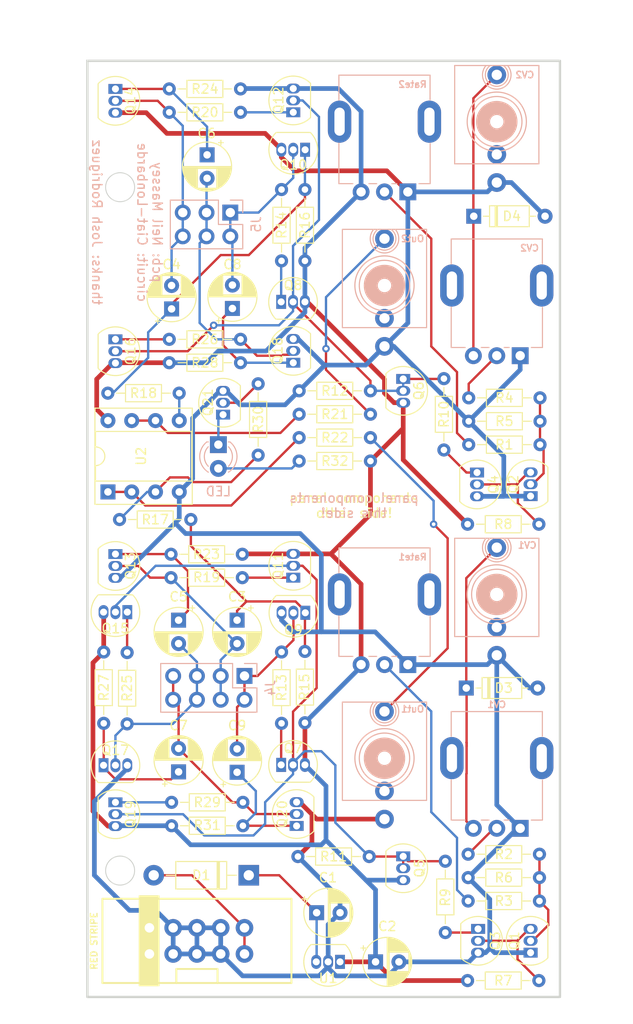
<source format=kicad_pcb>
(kicad_pcb (version 20211014) (generator pcbnew)
  (layers (0 "F.Cu" signal) (31 "B.Cu" signal) (34 "B.Paste" user) (35 "F.Paste" user) (36 "B.SilkS" user "B.Silkscreen") (37 "F.SilkS" user "F.Silkscreen") (38 "B.Mask" user) (39 "F.Mask" user) (44 "Edge.Cuts" user))
  (net 0 "")
  (net 1 "Net-(C1-Pad1)")
  (net 2 "GND")
  (net 3 "+9V")
  (net 4 "Out1")
  (net 5 "N2")
  (net 6 "Net-(C4-Pad1)")
  (net 7 "N6")
  (net 8 "Net-(C5-Pad1)")
  (net 9 "N3")
  (net 10 "Net-(C6-Pad1)")
  (net 11 "N7")
  (net 12 "Net-(C7-Pad1)")
  (net 13 "N4")
  (net 14 "Net-(C8-Pad1)")
  (net 15 "N5")
  (net 16 "Net-(C9-Pad1)")
  (net 17 "N1")
  (net 18 "Net-(D1-Pad2)")
  (net 19 "Net-(D2-Pad1)")
  (net 20 "Net-(D2-Pad2)")
  (net 21 "Net-(J1-Pad1)")
  (net 22 "Net-(J2-PadT)")
  (net 24 "Net-(J3-PadT)")
  (net 26 "Net-(C3-Pad1)")
  (net 27 "Net-(J6-PadT)")
  (net 29 "Net-(J7-PadT)")
  (net 30 "Net-(Q1-Pad2)")
  (net 31 "Net-(Q1-Pad3)")
  (net 32 "Net-(Q2-Pad2)")
  (net 33 "Net-(Q2-Pad3)")
  (net 34 "Net-(Q3-Pad1)")
  (net 35 "Net-(Q4-Pad1)")
  (net 37 "Net-(Q12-Pad2)")
  (net 38 "Net-(Q21-Pad2)")
  (net 39 "Net-(R3-Pad1)")
  (net 40 "Net-(Q7-Pad1)")
  (net 41 "Net-(R4-Pad1)")
  (net 42 "Net-(Q8-Pad1)")
  (net 43 "Net-(R18-Pad1)")
  (net 44 "Net-(Q11-Pad2)")
  (net 45 "Net-(R21-Pad2)")
  (net 46 "Net-(Q11-Pad1)")
  (net 47 "Net-(Q12-Pad1)")
  (net 48 "Net-(Q15-Pad1)")
  (net 49 "Net-(Q16-Pad1)")
  (net 50 "Net-(Q19-Pad1)")
  (net 51 "Net-(R22-Pad2)")
  (net 52 "Net-(R1-Pad1)")
  (net 53 "Net-(R2-Pad1)")
  (footprint "Package_TO_SOT_THT:TO-92_Inline" (layer "F.Cu") (at 28 50.795 90)
    (fp_text reference "Q21")
    (fp_text value "BC547")
  )
  (footprint "Package_TO_SOT_THT:TO-92_Inline" (layer "F.Cu") (at 35.86 94.73 90)
    (fp_text reference "Q20")
    (fp_text value "BC547")
  )
  (footprint "Package_TO_SOT_THT:TO-92_Inline" (layer "F.Cu") (at 15.23 88.25)
    (fp_text reference "Q17")
    (fp_text value "BC547")
  )
  (footprint "Package_TO_SOT_THT:TO-92_Inline" (layer "F.Cu") (at 36.77 22.5 180)
    (fp_text reference "Q10")
    (fp_text value "BC547")
  )
  (footprint "Resistor_THT:R_Axial_DIN0204_L3.6mm_D1.6mm_P7.62mm_Horizontal" (layer "F.Cu") (at 43.75 55.75 180)
    (fp_text reference "R32")
    (fp_text value "4.7k")
  )
  (footprint "Resistor_THT:R_Axial_DIN0204_L3.6mm_D1.6mm_P7.62mm_Horizontal" (layer "F.Cu") (at 22.25 16)
    (fp_text reference "R24")
    (fp_text value "4.7k")
  )
  (footprint "Capacitor_THT:CP_Radial_D5.0mm_P2.50mm" (layer "F.Cu") (at 38 104)
    (fp_text reference "C1")
    (fp_text value "10uF")
  )
  (footprint "Resistor_THT:R_Axial_DIN0204_L3.6mm_D1.6mm_P7.62mm_Horizontal" (layer "F.Cu") (at 36.75 76.09 -90)
    (fp_text reference "R15")
    (fp_text value "4.7k")
  )
  (footprint "Capacitor_THT:CP_Radial_D5.0mm_P2.50mm" (layer "F.Cu") (at 29 39.455113 90)
    (fp_text reference "C8")
    (fp_text value "*")
  )
  (footprint "Resistor_THT:R_Axial_DIN0204_L3.6mm_D1.6mm_P7.62mm_Horizontal" (layer "F.Cu") (at 54.25 51.5)
    (fp_text reference "R5")
    (fp_text value "2.2k")
  )
  (footprint "Package_TO_SOT_THT:TO-92_Inline" (layer "F.Cu") (at 35.5 68.21 90)
    (fp_text reference "Q11")
    (fp_text value "BC557")
  )
  (footprint "Resistor_THT:R_Axial_DIN0204_L3.6mm_D1.6mm_P7.62mm_Horizontal" (layer "F.Cu") (at 54.25 49)
    (fp_text reference "R4")
    (fp_text value "470k")
  )
  (footprint "Package_TO_SOT_THT:TO-92_Inline" (layer "F.Cu") (at 35.5 18.5 90)
    (fp_text reference "Q12")
    (fp_text value "BC557")
  )
  (footprint "Resistor_THT:R_Axial_DIN0204_L3.6mm_D1.6mm_P7.62mm_Horizontal" (layer "F.Cu") (at 22.44 68.21)
    (fp_text reference "R19")
    (fp_text value "4.7k")
  )
  (footprint "Capacitor_THT:CP_Radial_D5.0mm_P2.50mm" (layer "F.Cu") (at 44.294888 109.25)
    (fp_text reference "C2")
    (fp_text value "10uF")
  )
  (footprint "Package_TO_SOT_THT:TO-92_Inline" (layer "F.Cu") (at 16.5 92.21 -90)
    (fp_text reference "Q19")
    (fp_text value "BC557")
  )
  (footprint "Resistor_THT:R_Axial_DIN0204_L3.6mm_D1.6mm_P7.62mm_Horizontal" (layer "F.Cu") (at 22.25 18.5)
    (fp_text reference "R20")
    (fp_text value "4.7k")
  )
  (footprint "Package_TO_SOT_THT:TO-92_Inline" (layer "F.Cu") (at 34.21 88.21)
    (fp_text reference "Q7")
    (fp_text value "BC557")
  )
  (footprint "Package_TO_SOT_THT:TO-92_Inline" (layer "F.Cu") (at 16.5 65.69 -90)
    (fp_text reference "Q13")
    (fp_text value "BC547")
  )
  (footprint "Capacitor_THT:CP_Radial_D5.0mm_P2.50mm" (layer "F.Cu") (at 23.25 72.75 -90)
    (fp_text reference "C5")
    (fp_text value "*")
  )
  (footprint "Package_TO_SOT_THT:TO-92_Inline" (layer "F.Cu") (at 47.25 97.98 -90)
    (fp_text reference "Q5")
    (fp_text value "BC557")
  )
  (footprint "Package_TO_SOT_THT:TO-92_Inline" (layer "F.Cu") (at 35.5 45.25 90)
    (fp_text reference "Q18")
    (fp_text value "BC547")
  )
  (footprint "Resistor_THT:R_Axial_DIN0204_L3.6mm_D1.6mm_P7.62mm_Horizontal" (layer "F.Cu") (at 30.12 94.71 180)
    (fp_text reference "R31")
    (fp_text value "4.7k")
  )
  (footprint "Package_DIP:DIP-8_W7.62mm_Socket" (layer "F.Cu") (at 15.7 59.05 90)
    (fp_text reference "U2")
    (fp_text value "TL072")
  )
  (footprint "Capacitor_THT:CP_Radial_D5.0mm_P2.50mm" (layer "F.Cu") (at 26.294888 23.044888 -90)
    (fp_text reference "C6")
    (fp_text value "*")
  )
  (footprint "Resistor_THT:R_Axial_DIN0204_L3.6mm_D1.6mm_P7.62mm_Horizontal" (layer "F.Cu") (at 30.12 92.21 180)
    (fp_text reference "R29")
    (fp_text value "4.7k")
  )
  (footprint "Resistor_THT:R_Axial_DIN0204_L3.6mm_D1.6mm_P7.62mm_Horizontal" (layer "F.Cu") (at 17.75 83.83 90)
    (fp_text reference "R25")
    (fp_text value "4.7k")
  )
  (footprint "Resistor_THT:R_Axial_DIN0204_L3.6mm_D1.6mm_P7.62mm_Horizontal" (layer "F.Cu") (at 29.87 42.75 180)
    (fp_text reference "R26")
    (fp_text value "4.7k")
  )
  (footprint "Capacitor_THT:CP_Radial_D5.0mm_P2.50mm" (layer "F.Cu") (at 22.5 39.5 90)
    (fp_text reference "C4")
    (fp_text value "*")
  )
  (footprint "Package_TO_SOT_THT:TO-92_Inline" (layer "F.Cu") (at 60.86 59.5 90)
    (fp_text reference "Q2")
    (fp_text value "BC557")
  )
  (footprint "Resistor_THT:R_Axial_DIN0204_L3.6mm_D1.6mm_P7.62mm_Horizontal" (layer "F.Cu") (at 36 98)
    (fp_text reference "R11")
    (fp_text value "2.2M")
  )
  (footprint "Resistor_THT:R_Axial_DIN0204_L3.6mm_D1.6mm_P7.62mm_Horizontal" (layer "F.Cu") (at 43.75 53.25 180)
    (fp_text reference "R22")
    (fp_text value "10k")
  )
  (footprint "Resistor_THT:R_Axial_DIN0204_L3.6mm_D1.6mm_P7.62mm_Horizontal" (layer "F.Cu") (at 15.25 83.77 90)
    (fp_text reference "R27")
    (fp_text value "4.7k")
  )
  (footprint "Resistor_THT:R_Axial_DIN0204_L3.6mm_D1.6mm_P7.62mm_Horizontal" (layer "F.Cu") (at 61.75 111.25 180)
    (fp_text reference "R7")
    (fp_text value "470k")
  )
  (footprint "Package_TO_SOT_THT:TO-92_Inline" (layer "F.Cu") (at 47.25 46.98 -90)
    (fp_text reference "Q6")
    (fp_text value "BC557")
  )
  (footprint "Resistor_THT:R_Axial_DIN0204_L3.6mm_D1.6mm_P7.62mm_Horizontal" (layer "F.Cu") (at 54.25 54)
    (fp_text reference "R1")
    (fp_text value "220k")
  )
  (footprint "Package_TO_SOT_THT:TO-92_Inline" (layer "F.Cu") (at 55.14 56.98 -90)
    (fp_text reference "Q4")
    (fp_text value "BC547")
  )
  (footprint "Package_TO_SOT_THT:TO-92_Inline" (layer "F.Cu") (at 36.79 71.96 180)
    (fp_text reference "Q9")
    (fp_text value "BC547")
  )
  (footprint "Resistor_THT:R_Axial_DIN0204_L3.6mm_D1.6mm_P7.62mm_Horizontal" (layer "F.Cu") (at 51.75 106.12 90)
    (fp_text reference "R9")
    (fp_text value "4.7k")
  )
  (footprint "Resistor_THT:R_Axial_DIN0204_L3.6mm_D1.6mm_P7.62mm_Horizontal" (layer "F.Cu") (at 61.75 62.5 180)
    (fp_text reference "R8")
    (fp_text value "470k")
  )
  (footprint "Resistor_THT:R_Axial_DIN0204_L3.6mm_D1.6mm_P7.62mm_Horizontal" (layer "F.Cu") (at 54.19 97.75)
    (fp_text reference "R2")
    (fp_text value "470k")
  )
  (footprint "Resistor_THT:R_Axial_DIN0204_L3.6mm_D1.6mm_P7.62mm_Horizontal" (layer "F.Cu") (at 34.25 76.15 -90)
    (fp_text reference "R13")
    (fp_text value "4.7k")
  )
  (footprint "Diode_THT:D_DO-35_SOD27_P7.62mm_Horizontal" (layer "F.Cu") (at 54.79 29.6)
    (fp_text reference "D4")
    (fp_text value "BAT85")
  )
  (footprint "Package_TO_SOT_THT:TO-92_Inline" (layer "F.Cu") (at 60.86 108.27 90)
    (fp_text reference "Q1")
    (fp_text value "BC557")
  )
  (footprint "Diode_THT:D_DO-41_SOD81_P10.16mm_Horizontal" (layer "F.Cu") (at 30.75 100 180)
    (fp_text reference "D1")
    (fp_text value "1N4001")
  )
  (footprint "Capacitor_THT:CP_Radial_D5.0mm_P2.50mm" (layer "F.Cu") (at 23.25 88.955113 90)
    (fp_text reference "C7")
    (fp_text value "*")
  )
  (footprint "Resistor_THT:R_Axial_DIN0204_L3.6mm_D1.6mm_P7.62mm_Horizontal" (layer "F.Cu") (at 29.87 45.25 180)
    (fp_text reference "R28")
    (fp_text value "4.7k")
  )
  (footprint "Resistor_THT:R_Axial_DIN0204_L3.6mm_D1.6mm_P7.62mm_Horizontal" (layer "F.Cu") (at 54.19 102.75)
    (fp_text reference "R3")
    (fp_text value "220k")
  )
  (footprint "Capacitor_THT:CP_Radial_D5.0mm_P2.50mm" (layer "F.Cu") (at 29.5 72.75 -90)
    (fp_text reference "C3")
    (fp_text value "*")
  )
  (footprint "Package_TO_SOT_THT:TO-92_Inline" (layer "F.Cu") (at 16.5 42.75 -90)
    (fp_text reference "Q16")
    (fp_text value "BC557")
  )
  (footprint "Package_TO_SOT_THT:TO-92_Inline" (layer "F.Cu") (at 17.77 71.89 180)
    (fp_text reference "Q15")
    (fp_text value "BC557")
  )
  (footprint "Resistor_THT:R_Axial_DIN0204_L3.6mm_D1.6mm_P7.62mm_Horizontal" (layer "F.Cu") (at 23.31 48.5 180)
    (fp_text reference "R18")
    (fp_text value "10k")
  )
  (footprint "Resistor_THT:R_Axial_DIN0204_L3.6mm_D1.6mm_P7.62mm_Horizontal" (layer "F.Cu") (at 34.25 26.75 -90)
    (fp_text reference "R14")
    (fp_text value "4.7k")
  )
  (footprint "Package_TO_SOT_THT:TO-92_Inline" (layer "F.Cu") (at 40.5 109.25 180)
    (fp_text reference "U1")
    (fp_text value "L78L09_TO92")
  )
  (footprint "Resistor_THT:R_Axial_DIN0204_L3.6mm_D1.6mm_P7.62mm_Horizontal" (layer "F.Cu") (at 16.94 62)
    (fp_text reference "R17")
    (fp_text value "10k")
  )
  (footprint "Diode_THT:D_DO-35_SOD27_P7.62mm_Horizontal" (layer "F.Cu") (at 53.99 80)
    (fp_text reference "D3")
    (fp_text value "BAT85")
  )
  (footprint "Resistor_THT:R_Axial_DIN0204_L3.6mm_D1.6mm_P7.62mm_Horizontal" (layer "F.Cu") (at 54.19 100.25)
    (fp_text reference "R6")
    (fp_text value "2.2k")
  )
  (footprint "Package_TO_SOT_THT:TO-92_Inline" (layer "F.Cu") (at 16.5 16 -90)
    (fp_text reference "Q14")
    (fp_text value "BC547")
  )
  (footprint "Resistor_THT:R_Axial_DIN0204_L3.6mm_D1.6mm_P7.62mm_Horizontal" (layer "F.Cu") (at 22.44 65.71)
    (fp_text reference "R23")
    (fp_text value "4.7k")
  )
  (footprint "Package_TO_SOT_THT:TO-92_Inline" (layer "F.Cu") (at 55.25 105.73 -90)
    (fp_text reference "Q3")
    (fp_text value "BC547")
  )
  (footprint "Resistor_THT:R_Axial_DIN0204_L3.6mm_D1.6mm_P7.62mm_Horizontal" (layer "F.Cu") (at 31.75 47.5 -90)
    (fp_text reference "R30")
    (fp_text value "100k")
  )
  (footprint "Resistor_THT:R_Axial_DIN0204_L3.6mm_D1.6mm_P7.62mm_Horizontal" (layer "F.Cu") (at 36.75 26.75 -90)
    (fp_text reference "R16")
    (fp_text value "4.7k")
  )
  (footprint "Capacitor_THT:CP_Radial_D5.0mm_P2.50mm" (layer "F.Cu") (at 29.5 89 90)
    (fp_text reference "C9")
    (fp_text value "*")
  )
  (footprint "Resistor_THT:R_Axial_DIN0204_L3.6mm_D1.6mm_P7.62mm_Horizontal" (layer "F.Cu") (at 36.13 48.25)
    (fp_text reference "R12")
    (fp_text value "2.2M")
  )
  (footprint "winterbloom:Eurorack_Power_2x5_Shrouded" (layer "F.Cu") (at 20.13 108.407)
    (fp_text reference "J1" hide)
    (fp_text value "Eurorack_Power" hide)
  )
  (footprint "Resistor_THT:R_Axial_DIN0204_L3.6mm_D1.6mm_P7.62mm_Horizontal" (layer "F.Cu") (at 43.75 50.75 180)
    (fp_text reference "R21")
    (fp_text value "10k")
  )
  (footprint "Package_TO_SOT_THT:TO-92_Inline" (layer "F.Cu") (at 34.21 38.75)
    (fp_text reference "Q8")
    (fp_text value "BC557")
  )
  (footprint "Resistor_THT:R_Axial_DIN0204_L3.6mm_D1.6mm_P7.62mm_Horizontal" (layer "F.Cu") (at 51.6 54.57 90)
    (fp_text reference "R10")
    (fp_text value "4.7k")
  )
  (footprint "LED_THT:LED_D3.0mm" (layer "B.Cu") (at 27.5 54 -90)
    (fp_text reference "D2" hide)
    (fp_text value "LED")
  )
  (footprint "winterbloom:Potentiometer_Alpha_R0904N" (layer "B.Cu") (at 57.25 87.485 180)
    (fp_text reference "RV2")
    (fp_text value "CV1")
  )
  (footprint "Connector_PinSocket_2.54mm:PinSocket_2x03_P2.54mm_Vertical" (layer "B.Cu") (at 28.775 29.21 90)
    (fp_text reference "J5")
    (fp_text value "Conn_02x03_Counter_Clockwise")
  )
  (footprint "winterbloom:AudioJack_WQP518MA" (layer "B.Cu") (at 57.25 19.5 180)
    (fp_text reference "J3" hide)
    (fp_text value "CV2")
  )
  (footprint "winterbloom:Potentiometer_Alpha_R0904N" (layer "B.Cu") (at 57.25 37 180)
    (fp_text reference "RV4" hide)
    (fp_text value "CV2")
  )
  (footprint "winterbloom:AudioJack_WQP518MA" (layer "B.Cu") (at 45.25 37 180)
    (fp_text reference "J6" hide)
    (fp_text value "Out2")
  )
  (footprint "Connector_PinSocket_2.54mm:PinSocket_2x04_P2.54mm_Vertical" (layer "B.Cu") (at 30.29 78.71 90)
    (fp_text reference "J4")
    (fp_text value "Conn_02x04_Counter_Clockwise")
  )
  (footprint "winterbloom:AudioJack_WQP518MA" (layer "B.Cu") (at 45.25 87.5 180)
    (fp_text reference "J7" hide)
    (fp_text value "Out1")
  )
  (footprint "winterbloom:Potentiometer_Alpha_R0904N" (layer "B.Cu") (at 45.25 70 180)
    (fp_text reference "RV3" hide)
    (fp_text value "Rate1")
  )
  (footprint "winterbloom:Potentiometer_Alpha_R0904N" (layer "B.Cu") (at 45.25 19.5 180)
    (fp_text reference "RV1" hide)
    (fp_text value "Rate2")
  )
  (footprint "winterbloom:AudioJack_WQP518MA" (layer "B.Cu") (at 57.25 70 180)
    (fp_text reference "J2" hide)
    (fp_text value "CV1")
  )
  (gr_circle (center 17 99.5) (end 18.55 99.5) (layer "Edge.Cuts") (width 0.1) (fill none))
  (gr_rect (start 13.5 13) (end 64 113) (layer "Edge.Cuts") (width 0.25) (fill none))
  (gr_circle (center 17 26.5) (end 18.55 26.5) (layer "Edge.Cuts") (width 0.1) (fill none))
  (gr_text "pcb: Neil Massey\ncircuit: Ciat-Lonbarde\n\n\nthanks: Josh Rodriguez" (at 17.75 30.25 -90) (layer "B.SilkS") (effects (font (size 1 1)) (justify mirror)))
  (gr_text "panel components\nthis side!" (at 42 60.5) (layer "B.SilkS") (effects (font (size 1 1)) (justify mirror)))
  (gr_text "panel components\nother side!" (at 42 60.5) (layer "F.SilkS") (effects (font (size 1 1))))
  (segment (start 34 100) (end 38 104) (width 0.25) (layer "F.Cu") (net 1))
  (segment (start 30.75 100) (end 34 100) (width 0.25) (layer "F.Cu") (net 1))
  (segment (start 38 109.21) (end 37.96 109.25) (width 0.25) (layer "B.Cu") (net 1))
  (segment (start 38 104) (end 38 109.21) (width 0.25) (layer "B.Cu") (net 1))
  (segment (start 36.11 48.23) (end 36.13 48.25) (width 0.5) (layer "F.Cu") (net 2))
  (segment (start 35.68 24.75) (end 45.5 24.75) (width 0.5) (layer "F.Cu") (net 2))
  (segment (start 32.5 20.75) (end 22 20.75) (width 0.5) (layer "F.Cu") (net 2))
  (segment (start 22 20.75) (end 19.79 18.54) (width 0.5) (layer "F.Cu") (net 2))
  (segment (start 37.5 93.496142) (end 36.193858 92.19) (width 0.5) (layer "F.Cu") (net 2))
  (segment (start 19.79 18.54) (end 16.5 18.54) (width 0.5) (layer "F.Cu") (net 2))
  (segment (start 34.23 22.5) (end 34.23 22.48) (width 0.5) (layer "F.Cu") (net 2))
  (segment (start 36.193858 92.19) (end 35.86 92.19) (width 0.5) (layer "F.Cu") (net 2))
  (segment (start 45.5 24.75) (end 47.75 27) (width 0.5) (layer "F.Cu") (net 2))
  (segment (start 34.23 23.3) (end 35.68 24.75) (width 0.5) (layer "F.Cu") (net 2))
  (segment (start 36 98) (end 37.5 96.5) (width 0.5) (layer "F.Cu") (net 2))
  (segment (start 34.23 22.48) (end 32.5 20.75) (width 0.5) (layer "F.Cu") (net 2))
  (segment (start 34.23 22.5) (end 34.23 23.3) (width 0.5) (layer "F.Cu") (net 2))
  (segment (start 38.003858 94) (end 45.25 94) (width 0.5) (layer "F.Cu") (net 2))
  (segment (start 37.5 93.496142) (end 38.003858 94) (width 0.5) (layer "F.Cu") (net 2))
  (segment (start 37.5 96.5) (end 37.5 93.496142) (width 0.5) (layer "F.Cu") (net 2))
  (segment (start 25.21 108.407) (end 22.67 108.407) (width 0.5) (layer "B.Cu") (net 2))
  (segment (start 38.5 74) (end 38.5 65.75) (width 0.5) (layer "B.Cu") (net 2))
  (segment (start 28.333858 48.255) (end 29.828858 49.75) (width 0.5) (layer "B.Cu") (net 2))
  (segment (start 27.75 105.613) (end 27.75 108.407) (width 0.5) (layer "B.Cu") (net 2))
  (segment (start 57.25 92.485) (end 57.25 76.5) (width 0.5) (layer "B.Cu") (net 2))
  (segment (start 56.25 77.5) (end 47.75 77.5) (width 0.5) (layer "B.Cu") (net 2))
  (segment (start 55.25 108.27) (end 56.05 108.27) (width 0.5) (layer "B.Cu") (net 2))
  (segment (start 20.807 103.75) (end 18 103.75) (width 0.5) (layer "B.Cu") (net 2))
  (segment (start 58.81 26) (end 62.41 29.6) (width 0.5) (layer "B.Cu") (net 2))
  (segment (start 40.5 104) (end 40.5 102.5) (width 0.5) (layer "B.Cu") (net 2))
  (segment (start 57.25 92.485) (end 59.75 94.985) (width 0.5) (layer "B.Cu") (net 2))
  (segment (start 46.794888 109.602556) (end 46.794888 109.25) (width 0.5) (layer "B.Cu") (net 2))
  (segment (start 14.25 92.103858) (end 17.77 88.583858) (width 0.5) (layer "B.Cu") (net 2))
  (segment (start 27.75 108.407) (end 25.21 108.407) (width 0.5) (layer "B.Cu") (net 2))
  (segment (start 24 63.5) (end 22.875 62.375) (width 0.5) (layer "B.Cu") (net 2))
  (segment (start 38.5 74) (end 35.5 74) (width 0.5) (layer "B.Cu") (net 2))
  (segment (start 30.093 110.75) (end 38.25 110.75) (width 0.5) (layer "B.Cu") (net 2))
  (segment (start 58 59.5) (end 60.86 59.5) (width 0.5) (layer "B.Cu") (net 2))
  (segment (start 54.19 100.25) (end 59.455 94.985) (width 0.5) (layer "B.Cu") (net 2))
  (segment (start 38.25 110.75) (end 39.23 109.77) (width 0.5) (layer "B.Cu") (net 2))
  (segment (start 35.5 74) (end 34.25 72.75) (width 0.5) (layer "B.Cu") (net 2))
  (segment (start 39.23 109.905) (end 40.075 110.75) (width 0.5) (layer "B.Cu") (net 2))
  (segment (start 22.67 105.613) (end 20.807 103.75) (width 0.5) (layer "B.Cu") (net 2))
  (segment (start 47.75 41) (end 47.75 27) (width 0.5) (layer "B.Cu") (net 2))
  (segment (start 46.25 43.5) (end 45.25 43.5) (width 0.5) (layer "B.Cu") (net 2))
  (segment (start 27.75 108.407) (end 30.093 110.75) (width 0.5) (layer "B.Cu") (net 2))
  (segment (start 60.75 80) (end 61.61 80) (width 0.5) (layer "B.Cu") (net 2))
  (segment (start 29.828858 49.75) (end 34.63 49.75) (width 0.5) (layer "B.Cu") (net 2))
  (segment (start 56.5 107.82) (end 56.5 102.56) (width 0.5) (layer "B.Cu") (net 2))
  (segment (start 38.88 45.5) (end 38.811432 45.5) (width 0.5) (layer "B.Cu") (net 2))
  (segment (start 54.25 51.5) (end 46.25 43.5) (width 0.5) (layer "B.Cu") (net 2))
  (segment (start 28 48.255) (end 28.333858 48.255) (width 0.5) (layer "B.Cu") (net 2))
  (segment (start 57.02 108.27) (end 60.86 108.27) (width 0.5) (layer "B.Cu") (net 2))
  (segment (start 56.57 107.82) (end 57.02 108.27) (width 0.5) (layer "B.Cu") (net 2))
  (segment (start 39.23 109.77) (end 39.23 109.25) (width 0.5) (layer "B.Cu") (net 2))
  (segment (start 57.25 76.5) (end 56.25 77.5) (width 0.5) (layer "B.Cu") (net 2))
  (segment (start 54.27 109.25) (end 55.25 108.27) (width 0.5) (layer "B.Cu") (net 2))
  (segment (start 39.23 109.25) (end 39.23 105.27) (width 0.5) (layer "B.Cu") (net 2))
  (segment (start 39.23 105.27) (end 40.5 104) (width 0.5) (layer "B.Cu") (net 2))
  (segment (start 40.5 102.5) (end 36 98) (width 0.5) (layer "B.Cu") (net 2))
  (segment (start 14.25 100) (end 14.25 92.103858) (width 0.5) (layer "B.Cu") (net 2))
  (segment (start 56.05 108.27) (end 56.5 107.82) (width 0.5) (layer "B.Cu") (net 2))
  (segment (start 40.075 110.75) (end 45.647444 110.75) (width 0.5) (layer "B.Cu") (net 2))
  (segment (start 23.32 61.93) (end 22.875 62.375) (width 0.5) (layer "B.Cu") (net 2))
  (segment (start 17.77 88.583858) (end 17.77 88.25) (width 0.5) (layer "B.Cu") (net 2))
  (segment (start 47.75 27) (end 56.25 27) (width 0.5) (layer "B.Cu") (net 2))
  (segment (start 38.5 65.75) (end 36.25 63.5) (width 0.5) (layer "B.Cu") (net 2))
  (segment (start 34.25 72.75) (end 34.25 71.96) (width 0.5) (layer "B.Cu") (net 2))
  (segment (start 22.67 105.613) (end 22.67 108.407) (width 0.5) (layer "B.Cu") (net 2))
  (segment (start 25.21 105.613) (end 27.75 105.613) (width 0.5) (layer "B.Cu") (net 2))
  (segment (start 22.67 105.613) (end 25.21 105.613) (width 0.5) (layer "B.Cu") (net 2))
  (segment (start 46.794888 109.25) (end 54.27 109.25) (width 0.5) (layer "B.Cu") (net 2))
  (segment (start 45.647444 110.75) (end 46.794888 109.602556) (width 0.5) (layer "B.Cu") (net 2))
  (segment (start 36.25 63.5) (end 24 63.5) (width 0.5) (layer "B.Cu") (net 2))
  (segment (start 18 103.75) (end 14.25 100) (width 0.5) (layer "B.Cu") (net 2))
  (segment (start 22.875 62.375) (end 17.02 68.23) (width 0.5) (layer "B.Cu") (net 2))
  (segment (start 56.5 102.56) (end 54.19 100.25) (width 0.5) (layer "B.Cu") (net 2))
  (segment (start 45.25 43.5) (end 47.75 41) (width 0.5) (layer "B.Cu") (net 2))
  (segment (start 24.75 57.62) (end 24.75 51.171142) (width 0.5) (layer "B.Cu") (net 2))
  (segment (start 58 59.5) (end 58 55.25) (width 0.5) (layer "B.Cu") (net 2))
  (segment (start 57.25 76.5) (end 60.75 80) (width 0.5) (layer "B.Cu") (net 2))
  (segment (start 38.88 45.5) (end 43.25 45.5) (width 0.5) (layer "B.Cu") (net 2))
  (segment (start 43.25 45.5) (end 45.25 43.5) (width 0.5) (layer "B.Cu") (net 2))
  (segment (start 58 55.25) (end 54.25 51.5) (width 0.5) (layer "B.Cu") (net 2))
  (segment (start 27.666142 48.255) (end 28 48.255) (width 0.5) (layer "B.Cu") (net 2))
  (segment (start 34.63 49.75) (end 36.13 48.25) (width 0.5) (layer "B.Cu") (net 2))
  (segment (start 44.25 74) (end 38.5 74) (width 0.5) (layer "B.Cu") (net 2))
  (segment (start 25.21 108.407) (end 25.21 105.613) (width 0.5) (layer "B.Cu") (net 2))
  (segment (start 56.25 27) (end 57.25 26) (width 0.5) (layer "B.Cu") (net 2))
  (segment (start 47.75 77.5) (end 44.25 74) (width 0.5) (layer "B.Cu") (net 2))
  (segment (start 23.32 59.05) (end 23.32 61.93) (width 0.5) (layer "B.Cu") (net 2))
  (segment (start 36.021432 42.71) (end 35.5 42.71) (width 0.5) (layer "B.Cu") (net 2))
  (segment (start 54.25 51.5) (end 59.75 46) (width 0.5) (layer "B.Cu") (net 2))
  (segment (start 57.25 26) (end 58.81 26) (width 0.5) (layer "B.Cu") (net 2))
  (segment (start 57.98 59.52) (end 55.14 59.52) (width 0.5) (layer "B.Cu") (net 2))
  (segment (start 24.75 51.171142) (end 27.666142 48.255) (width 0.5) (layer "B.Cu") (net 2))
  (segment (start 38.88 45.5) (end 36.13 48.25) (width 0.5) (layer "B.Cu") (net 2))
  (segment (start 17.02 68.23) (end 16.5 68.23) (width 0.5) (layer "B.Cu") (net 2))
  (segment (start 38.811432 45.5) (end 36.021432 42.71) (width 0.5) (layer "B.Cu") (net 2))
  (segment (start 56.5 107.82) (end 56.57 107.82) (width 0.5) (layer "B.Cu") (net 2))
  (segment (start 39.23 109.25) (end 39.23 109.905) (width 0.5) (layer "B.Cu") (net 2))
  (segment (start 23.32 59.05) (end 24.75 57.62) (width 0.5) (layer "B.Cu") (net 2))
  (segment (start 58 59.5) (end 57.98 59.52) (width 0.5) (layer "B.Cu") (net 2))
  (segment (start 59.75 46) (end 59.75 44.5) (width 0.5) (layer "B.Cu") (net 2))
  (segment (start 59.455 94.985) (end 59.75 94.985) (width 0.5) (layer "B.Cu") (net 2))
  (segment (start 16.21 45.29) (end 14.5 47) (width 0.5) (layer "F.Cu") (net 3))
  (segment (start 42.75 68.895837) (end 39.524163 65.67) (width 0.5) (layer "F.Cu") (net 3))
  (segment (start 44.294888 109.25) (end 46.294888 111.25) (width 0.5) (layer "F.Cu") (net 3))
  (segment (start 47.25 55.62) (end 54.13 62.5) (width 0.5) (layer "F.Cu") (net 3))
  (segment (start 36.75 88.21) (end 36.75 83.71) (width 0.5) (layer "F.Cu") (net 3))
  (segment (start 16.5 94.75) (end 15.7 94.75) (width 0.5) (layer "F.Cu") (net 3))
  (segment (start 44.294888 109.25) (end 40.5 109.25) (width 0.5) (layer "F.Cu") (net 3))
  (segment (start 22.25 45.25) (end 16.54 45.25) (width 0.5) (layer "F.Cu") (net 3))
  (segment (start 37 38.75) (end 36.75 38.75) (width 0.5) (layer "F.Cu") (net 3))
  (segment (start 43.75 55.75) (end 43.75 61.444163) (width 0.5) (layer "F.Cu") (net 3))
  (segment (start 47.25 52.25) (end 47.25 55.62) (width 0.5) (layer "F.Cu") (net 3))
  (segment (start 45.25 48.5) (end 45.25 47) (width 0.5) (layer "F.Cu") (net 3))
  (segment (start 14.1 93.15) (end 14.1 77.3) (width 0.5) (layer "F.Cu") (net 3))
  (segment (start 16.5 45.29) (end 16.21 45.29) (width 0.5) (layer "F.Cu") (net 3))
  (segment (start 42.75 77.5) (end 42.75 68.895837) (width 0.5) (layer "F.Cu") (net 3))
  (segment (start 47.25 49.52) (end 46.27 49.52) (width 0.5) (layer "F.Cu") (net 3))
  (segment (start 35.5 65.67) (end 39.524163 65.67) (width 0.5) (layer "F.Cu") (net 3))
  (segment (start 46.294888 111.25) (end 54.13 111.25) (width 0.5) (layer "F.Cu") (net 3))
  (segment (start 15.7 94.75) (end 14.1 93.15) (width 0.5) (layer "F.Cu") (net 3))
  (segment (start 46.27 49.52) (end 45.25 48.5) (width 0.5) (layer "F.Cu") (net 3))
  (segment (start 14.5 50.23) (end 15.7 51.43) (width 0.5) (layer "F.Cu") (net 3))
  (segment (start 47.25 52.25) (end 47.25 49.52) (width 0.5) (layer "F.Cu") (net 3))
  (segment (start 45.25 47) (end 37 38.75) (width 0.5) (layer "F.Cu") (net 3))
  (segment (start 43.75 61.444163) (end 39.524163 65.67) (width 0.5) (layer "F.Cu") (net 3))
  (segment (start 35.5 65.67) (end 30.1 65.67) (width 0.5) (layer "F.Cu") (net 3))
  (segment (start 43.75 55.75) (end 47.25 52.25) (width 0.5) (layer "F.Cu") (net 3))
  (segment (start 15.25 76.15) (end 15.25 71.91) (width 0.5) (layer "F.Cu") (net 3))
  (segment (start 15.25 71.91) (end 15.23 71.89) (width 0.5) (layer "F.Cu") (net 3))
  (segment (start 14.5 47) (end 14.5 50.23) (width 0.5) (layer "F.Cu") (net 3))
  (segment (start 30.1 65.67) (end 30.06 65.71) (width 0.5) (layer "F.Cu") (net 3))
  (segment (start 14.1 77.3) (end 15.25 76.15) (width 0.5) (layer "F.Cu") (net 3))
  (segment (start 36.75 39.856142) (end 36.75 38.75) (width 0.5) (layer "B.Cu") (net 3))
  (segment (start 42.75 18.395837) (end 42.75 27) (width 0.5) (layer "B.Cu") (net 3))
  (segment (start 22.5 94.71) (end 16.54 94.71) (width 0.5) (layer "B.Cu") (net 3))
  (segment (start 38.5 96.75) (end 24.54 96.75) (width 0.5) (layer "B.Cu") (net 3))
  (segment (start 40.314163 15.96) (end 42.75 18.395837) (width 0.5) (layer "B.Cu") (net 3))
  (segment (start 29.91 15.96) (end 29.87 16) (width 0.5) (layer "B.Cu") (net 3))
  (segment (start 32.606142 44) (end 36.75 39.856142) (width 0.5) (layer "B.Cu") (net 3))
  (segment (start 22.25 45.25) (end 26.25 45.25) (width 0.5) (layer "B.Cu") (net 3))
  (segment (start 36.75 38.75) (end 36.75 34.37) (width 0.5) (layer "B.Cu") (net 3))
  (segment (start 24.54 96.75) (end 22.5 94.71) (width 0.5) (layer "B.Cu") (net 3))
  (segment (start 16.54 94.71) (end 16.5 94.75) (width 0.5) (layer "B.Cu") (net 3))
  (segment (start 26.25 45.25) (end 27.5 44) (width 0.5) (layer "B.Cu") (net 3))
  (segment (start 27.5 44) (end 32.606142 44) (width 0.5) (layer "B.Cu") (net 3))
  (segment (start 39 96.25) (end 39 90.46) (width 0.5) (layer "B.Cu") (net 3))
  (segment (start 36.75 33) (end 42.75 27) (width 0.5) (layer "B.Cu") (net 3))
  (segment (start 39 90.46) (end 36.75 88.21) (width 0.5) (layer "B.Cu") (net 3))
  (segment (start 35.5 15.96) (end 40.314163 15.96) (width 0.5) (layer "B.Cu") (net 3))
  (segment (start 43.27 100.52) (end 47.25 100.52) (width 0.5) (layer "B.Cu") (net 3))
  (segment (start 44.294888 109.25) (end 44.294888 101.544888) (width 0.5) (layer "B.Cu") (net 3))
  (segment (start 36.75 34.37) (end 36.75 33) (width 0.5) (layer "B.Cu") (net 3))
  (segment (start 44.294888 101.544888) (end 43.27 100.52) (width 0.5) (layer "B.Cu") (net 3))
  (segment (start 36.75 83.71) (end 42.75 77.71) (width 0.5) (layer "B.Cu") (net 3))
  (segment (start 39 96.25) (end 43.27 100.52) (width 0.5) (layer "B.Cu") (net 3))
  (segment (start 42.75 77.71) (end 42.75 77.5) (width 0.5) (layer "B.Cu") (net 3))
  (segment (start 35.5 15.96) (end 29.91 15.96) (width 0.5) (layer "B.Cu") (net 3))
  (segment (start 39 96.25) (end 38.5 96.75) (width 0.5) (layer "B.Cu") (net 3))
  (segment (start 31.75 55.12) (end 28.87 58) (width 0.25) (layer "F.Cu") (net 4))
  (segment (start 22.33 57.5) (end 20.78 59.05) (width 0.25) (layer "F.Cu") (net 4))
  (segment (start 24.75 58) (end 24.25 57.5) (width 0.25) (layer "F.Cu") (net 4))
  (segment (start 28.87 58) (end 24.75 58) (width 0.25) (layer "F.Cu") (net 4))
  (segment (start 24.25 57.5) (end 22.33 57.5) (width 0.25) (layer "F.Cu") (net 4))
  (segment (start 19.89 59.05) (end 20.78 59.05) (width 0.25) (layer "B.Cu") (net 4))
  (segment (start 16.94 62) (end 19.89 59.05) (width 0.25) (layer "B.Cu") (net 4))
  (segment (start 18.96 66.96) (end 20.21 68.21) (width 0.25) (layer "F.Cu") (net 5))
  (segment (start 16.5 66.96) (end 18.96 66.96) (width 0.25) (layer "F.Cu") (net 5))
  (segment (start 20.21 68.21) (end 22.44 68.21) (width 0.25) (layer "F.Cu") (net 5))
  (segment (start 29.48 75.25) (end 29.5 75.25) (width 0.25) (layer "B.Cu") (net 5))
  (segment (start 27.75 81.25) (end 27.75 78.71) (width 0.25) (layer "B.Cu") (net 5))
  (segment (start 27.75 77) (end 29.5 75.25) (width 0.25) (layer "B.Cu") (net 5))
  (segment (start 27.75 78.71) (end 27.75 77) (width 0.25) (layer "B.Cu") (net 5))
  (segment (start 22.44 68.21) (end 29.48 75.25) (width 0.25) (layer "B.Cu") (net 5))
  (segment (start 30.75 33.75) (end 36.75 27.75) (width 0.25) (layer "F.Cu") (net 6))
  (segment (start 27.75 33.75) (end 30.75 33.75) (width 0.25) (layer "F.Cu") (net 6))
  (segment (start 36.75 27.75) (end 36.75 26.75) (width 0.25) (layer "F.Cu") (net 6))
  (segment (start 22.5 39.5) (end 22.5 39) (width 0.25) (layer "F.Cu") (net 6))
  (segment (start 22.5 39) (end 27.75 33.75) (width 0.25) (layer "F.Cu") (net 6))
  (segment (start 15.69 48.5) (end 16.22 48.5) (width 0.25) (layer "B.Cu") (net 6))
  (segment (start 20 44.72) (end 20 42) (width 0.25) (layer "B.Cu") (net 6))
  (segment (start 36.75 26.75) (end 36.75 22.52) (width 0.25) (layer "B.Cu") (net 6))
  (segment (start 16.22 48.5) (end 20 44.72) (width 0.25) (layer "B.Cu") (net 6))
  (segment (start 20 42) (end 22.5 39.5) (width 0.25) (layer "B.Cu") (net 6))
  (segment (start 36.75 22.52) (end 36.77 22.5) (width 0.25) (layer "B.Cu") (net 6))
  (segment (start 16.5 17.27) (end 21.02 17.27) (width 0.25) (layer "F.Cu") (net 7))
  (segment (start 21.02 17.27) (end 22.25 18.5) (width 0.25) (layer "F.Cu") (net 7))
  (segment (start 23.695 29.21) (end 23.695 31.75) (width 0.25) (layer "B.Cu") (net 7))
  (segment (start 22.5 37) (end 22.5 32.945) (width 0.25) (layer "B.Cu") (net 7))
  (segment (start 23.695 19.945) (end 23.695 29.21) (width 0.25) (layer "B.Cu") (net 7))
  (segment (start 22.25 18.5) (end 23.695 19.945) (width 0.25) (layer "B.Cu") (net 7))
  (segment (start 22.5 32.945) (end 23.695 31.75) (width 0.25) (layer "B.Cu") (net 7))
  (segment (start 22.42 65.69) (end 22.44 65.71) (width 0.25) (layer "F.Cu") (net 8))
  (segment (start 16.5 65.69) (end 22.42 65.69) (width 0.25) (layer "F.Cu") (net 8))
  (segment (start 24.25 67.52) (end 22.44 65.71) (width 0.25) (layer "F.Cu") (net 8))
  (segment (start 24.25 71.75) (end 24.25 67.52) (width 0.25) (layer "F.Cu") (net 8))
  (segment (start 23.25 72.75) (end 24.25 71.75) (width 0.25) (layer "F.Cu") (net 8))
  (segment (start 16.5 88.25) (end 16.5 85.08) (width 0.25) (layer "B.Cu") (net 9))
  (segment (start 25.21 81.25) (end 25.21 78.71) (width 0.25) (layer "B.Cu") (net 9))
  (segment (start 16.5 85.08) (end 17.75 83.83) (width 0.25) (layer "B.Cu") (net 9))
  (segment (start 22.63 83.83) (end 25.21 81.25) (width 0.25) (layer "B.Cu") (net 9))
  (segment (start 17.75 83.83) (end 22.63 83.83) (width 0.25) (layer "B.Cu") (net 9))
  (segment (start 25.21 78.71) (end 25.21 77.21) (width 0.25) (layer "B.Cu") (net 9))
  (segment (start 25.21 77.21) (end 23.25 75.25) (width 0.25) (layer "B.Cu") (net 9))
  (segment (start 16.5 16) (end 22.25 16) (width 0.25) (layer "F.Cu") (net 10))
  (segment (start 22.25 16) (end 26.294888 20.044888) (width 0.25) (layer "B.Cu") (net 10))
  (segment (start 26.294888 20.044888) (end 26.294888 23.044888) (width 0.25) (layer "B.Cu") (net 10))
  (segment (start 29.87 42.75) (end 31.62 44.5) (width 0.25) (layer "F.Cu") (net 11))
  (segment (start 31.62 44.5) (end 34.325 44.5) (width 0.25) (layer "F.Cu") (net 11))
  (segment (start 34.325 44.5) (end 34.425 44.4) (width 0.25) (layer "F.Cu") (net 11))
  (segment (start 34.425 44.4) (end 35.08 44.4) (width 0.25) (layer "F.Cu") (net 11))
  (segment (start 35.08 44.4) (end 35.5 43.98) (width 0.25) (layer "F.Cu") (net 11))
  (segment (start 26.235 29.21) (end 26.235 25.604776) (width 0.25) (layer "B.Cu") (net 11))
  (segment (start 26.235 31.75) (end 26.235 29.21) (width 0.25) (layer "B.Cu") (net 11))
  (segment (start 29.87 42.75) (end 27.25 42.75) (width 0.25) (layer "B.Cu") (net 11))
  (segment (start 25.5 32.485) (end 26.235 31.75) (width 0.25) (layer "B.Cu") (net 11))
  (segment (start 26.235 25.604776) (end 26.294888 25.544888) (width 0.25) (layer "B.Cu") (net 11))
  (segment (start 27.25 42.75) (end 25.5 41) (width 0.25) (layer "B.Cu") (net 11))
  (segment (start 25.5 41) (end 25.5 32.485) (width 0.25) (layer "B.Cu") (net 11))
  (segment (start 15.25 83.77) (end 15.25 88.23) (width 0.25) (layer "F.Cu") (net 12))
  (segment (start 16.505 89.75) (end 22.455113 89.75) (width 0.25) (layer "F.Cu") (net 12))
  (segment (start 15.25 88.23) (end 15.23 88.25) (width 0.25) (layer "F.Cu") (net 12))
  (segment (start 15.23 88.475) (end 16.505 89.75) (width 0.25) (layer "F.Cu") (net 12))
  (segment (start 15.23 88.25) (end 15.23 88.475) (width 0.25) (layer "F.Cu") (net 12))
  (segment (start 22.455113 89.75) (end 23.25 88.955113) (width 0.25) (layer "F.Cu") (net 12))
  (segment (start 30.12 92.21) (end 31.37 93.46) (width 0.25) (layer "F.Cu") (net 13))
  (segment (start 23.25 81.83) (end 22.67 81.25) (width 0.25) (layer "F.Cu") (net 13))
  (segment (start 29.004887 92.21) (end 30.12 92.21) (width 0.25) (layer "F.Cu") (net 13))
  (segment (start 22.67 81.25) (end 22.67 78.71) (width 0.25) (layer "F.Cu") (net 13))
  (segment (start 23.25 86.455113) (end 23.25 81.83) (width 0.25) (layer "F.Cu") (net 13))
  (segment (start 23.25 86.455113) (end 29.004887 92.21) (width 0.25) (layer "F.Cu") (net 13))
  (segment (start 31.37 93.46) (end 35.86 93.46) (width 0.25) (layer "F.Cu") (net 13))
  (segment (start 28 40.455113) (end 29 39.455113) (width 0.25) (layer "F.Cu") (net 14))
  (segment (start 29.87 45.25) (end 28 43.38) (width 0.25) (layer "F.Cu") (net 14))
  (segment (start 28 43.38) (end 28 40.455113) (width 0.25) (layer "F.Cu") (net 14))
  (segment (start 29.87 45.25) (end 35.5 45.25) (width 0.25) (layer "B.Cu") (net 14))
  (segment (start 35.5 25.5) (end 35.5 22.5) (width 0.25) (layer "B.Cu") (net 15))
  (segment (start 28.775 29.21) (end 28.775 31.75) (width 0.25) (layer "B.Cu") (net 15))
  (segment (start 29 31.975) (end 28.775 31.75) (width 0.25) (layer "B.Cu") (net 15))
  (segment (start 34.25 26.75) (end 35.5 25.5) (width 0.25) (layer "B.Cu") (net 15))
  (segment (start 28.775 29.21) (end 31.79 29.21) (width 0.25) (layer "B.Cu") (net 15))
  (segment (start 31.79 29.21) (end 34.25 26.75) (width 0.25) (layer "B.Cu") (net 15))
  (segment (start 29 36.955113) (end 29 31.975) (width 0.25) (layer "B.Cu") (net 15))
  (segment (start 35.84 94.71) (end 35.86 94.73) (width 0.25) (layer "F.Cu") (net 16))
  (segment (start 30.12 94.71) (end 35.84 94.71) (width 0.25) (layer "F.Cu") (net 16))
  (segment (start 31.5 91) (end 29.5 89) (width 0.25) (layer "B.Cu") (net 16))
  (segment (start 30.12 94.71) (end 31.5 93.33) (width 0.25) (layer "B.Cu") (net 16))
  (segment (start 31.5 93.33) (end 31.5 91) (width 0.25) (layer "B.Cu") (net 16))
  (segment (start 35.52 74.88) (end 35.52 71.96) (width 0.25) (layer "F.Cu") (net 17))
  (segment (start 31.69 78.71) (end 34.25 76.15) (width 0.25) (layer "F.Cu") (net 17))
  (segment (start 34.25 76.15) (end 35.52 74.88) (width 0.25) (layer "F.Cu") (net 17))
  (segment (start 29.5 86.5) (end 29.5 82.04) (width 0.25) (layer "F.Cu") (net 17))
  (segment (start 30.29 78.71) (end 31.69 78.71) (width 0.25) (layer "F.Cu") (net 17))
  (segment (start 29.5 82.04) (end 30.29 81.25) (width 0.25) (layer "F.Cu") (net 17))
  (segment (start 30.29 81.25) (end 30.29 78.71) (width 0.25) (layer "F.Cu") (net 17))
  (segment (start 24.677 100) (end 20.59 100) (width 0.25) (layer "F.Cu") (net 18))
  (segment (start 30.29 105.613) (end 24.677 100) (width 0.25) (layer "F.Cu") (net 18))
  (segment (start 30.29 108.407) (end 30.29 105.613) (width 0.25) (layer "F.Cu") (net 18))
  (segment (start 27.5 54) (end 27.5 51.295) (width 0.25) (layer "B.Cu") (net 19))
  (segment (start 27.5 51.295) (end 28 50.795) (width 0.25) (layer "B.Cu") (net 19))
  (segment (start 35.34 56.54) (end 36.13 55.75) (width 0.25) (layer "B.Cu") (net 20))
  (segment (start 27.5 56.54) (end 35.34 56.54) (width 0.25) (layer "B.Cu") (net 20))
  (segment (start 20.13 105.613) (end 20.13 108.407) (width 0.25) (layer "B.Cu") (net 21))
  (segment (start 54 85.807614) (end 54.025 85.832614) (width 0.25) (layer "F.Cu") (net 22))
  (segment (start 53.99 80) (end 53.99 68.26) (width 0.25) (layer "F.Cu") (net 22))
  (segment (start 53.99 68.26) (end 57.25 65) (width 0.25) (layer "F.Cu") (net 22))
  (segment (start 54.025 85.832614) (end 54.025 86.225) (width 0.25) (layer "F.Cu") (net 22))
  (segment (start 53.99 80) (end 54.025 80.035) (width 0.25) (layer "F.Cu") (net 22))
  (segment (start 54 94.235) (end 54.75 94.985) (width 0.25) (layer "F.Cu") (net 22))
  (segment (start 54.025 89.137386) (end 54 89.162386) (width 0.25) (layer "F.Cu") (net 22))
  (segment (start 54 89.162386) (end 54 94.235) (width 0.25) (layer "F.Cu") (net 22))
  (segment (start 54.025 86.225) (end 54.025 89.137386) (width 0.25) (layer "F.Cu") (net 22))
  (segment (start 54.025 80.035) (end 54.025 86.225) (width 0.25) (layer "F.Cu") (net 22))
  (segment (start 54.75 17) (end 54.75 44.5) (width 0.25) (layer "F.Cu") (net 24))
  (segment (start 57.25 14.5) (end 54.75 17) (width 0.25) (layer "F.Cu") (net 24))
  (segment (start 24.56 64.81) (end 24.56 62) (width 0.25) (layer "F.Cu") (net 26))
  (segment (start 30.5 70.75) (end 29.5 71.75) (width 0.25) (layer "F.Cu") (net 26))
  (segment (start 30.5 70.75) (end 35.75 70.75) (width 0.25) (layer "F.Cu") (net 26))
  (segment (start 36.75 72) (end 36.79 71.96) (width 0.25) (layer "F.Cu") (net 26))
  (segment (start 36.75 76.09) (end 36.75 72) (width 0.25) (layer "F.Cu") (net 26))
  (segment (start 30.5 70.75) (end 24.56 64.81) (width 0.25) (layer "F.Cu") (net 26))
  (segment (start 36.79 71.79) (end 35.75 70.75) (width 0.25) (layer "F.Cu") (net 26))
  (segment (start 29.5 71.75) (end 29.5 72.75) (width 0.25) (layer "F.Cu") (net 26))
  (segment (start 36.79 71.96) (end 36.79 71.79) (width 0.25) (layer "F.Cu") (net 26))
  (segment (start 39 46) (end 39 43.75) (width 0.25) (layer "F.Cu") (net 27))
  (segment (start 43.75 50.75) (end 39 46) (width 0.25) (layer "F.Cu") (net 27))
  (via (at 39 43.75) (size 0.8) (drill 0.4) (layers "F.Cu" "B.Cu") (net 27))
  (segment (start 45.25 32) (end 39 38.25) (width 0.25) (layer "B.Cu") (net 27))
  (segment (start 39 38.25) (end 39 43.75) (width 0.25) (layer "B.Cu") (net 27))
  (segment (start 52 64) (end 50.5 62.5) (width 0.25) (layer "F.Cu") (net 29))
  (segment (start 45.25 82.5) (end 52 75.75) (width 0.25) (layer "F.Cu") (net 29))
  (segment (start 52 75.75) (end 52 64) (width 0.25) (layer "F.Cu") (net 29))
  (via (at 50.5 62.5) (size 0.8) (drill 0.4) (layers "F.Cu" "B.Cu") (net 29))
  (segment (start 50.5 60) (end 50.5 62.5) (width 0.25) (layer "B.Cu") (net 29))
  (segment (start 43.75 53.25) (end 50.5 60) (width 0.25) (layer "B.Cu") (net 29))
  (segment (start 60.86 107) (end 61.085 107) (width 0.25) (layer "F.Cu") (net 30))
  (segment (start 61.81 102.75) (end 61.81 100.25) (width 0.25) (layer "F.Cu") (net 30))
  (segment (start 62.75 105.335) (end 62.75 103.69) (width 0.25) (layer "F.Cu") (net 30))
  (segment (start 61.81 100.25) (end 61.81 97.75) (width 0.25) (layer "F.Cu") (net 30))
  (segment (start 61.085 107) (end 62.75 105.335) (width 0.25) (layer "F.Cu") (net 30))
  (segment (start 62.75 103.69) (end 61.81 102.75) (width 0.25) (layer "F.Cu") (net 30))
  (segment (start 59.466459 106.966459) (end 60.702918 105.73) (width 0.25) (layer "F.Cu") (net 31))
  (segment (start 59.466459 108.966459) (end 61.75 111.25) (width 0.25) (layer "F.Cu") (net 31))
  (segment (start 60.702918 105.73) (end 60.86 105.73) (width 0.25) (layer "F.Cu") (net 31))
  (segment (start 59.432918 107) (end 59.466459 106.966459) (width 0.25) (layer "F.Cu") (net 31))
  (segment (start 55.25 107) (end 59.432918 107) (width 0.25) (layer "F.Cu") (net 31))
  (segment (start 59.466459 106.966459) (end 59.466459 108.966459) (width 0.25) (layer "F.Cu") (net 31))
  (segment (start 62.25 57.065) (end 62.25 54.38) (width 0.25) (layer "F.Cu") (net 32))
  (segment (start 62.25 54.38) (end 61.87 54) (width 0.25) (layer "F.Cu") (net 32))
  (segment (start 61.87 54) (end 61.87 51.5) (width 0.25) (layer "F.Cu") (net 32))
  (segment (start 61.87 51.5) (end 61.87 49) (width 0.25) (layer "F.Cu") (net 32))
  (segment (start 61.085 58.23) (end 62.25 57.065) (width 0.25) (layer "F.Cu") (net 32))
  (segment (start 60.86 58.23) (end 61.085 58.23) (width 0.25) (layer "F.Cu") (net 32))
  (segment (start 59.5 58.095) (end 59.5 60.25) (width 0.25) (layer "F.Cu") (net 33))
  (segment (start 60.635 56.96) (end 59.5 58.095) (width 0.25) (layer "F.Cu") (net 33))
  (segment (start 59.5 60.25) (end 61.75 62.5) (width 0.25) (layer "F.Cu") (net 33))
  (segment (start 60.86 56.96) (end 60.635 56.96) (width 0.25) (layer "F.Cu") (net 33))
  (segment (start 55.14 58.25) (end 59.345 58.25) (width 0.25) (layer "F.Cu") (net 33))
  (segment (start 59.345 58.25) (end 59.5 58.095) (width 0.25) (layer "F.Cu") (net 33))
  (segment (start 51.75 106.12) (end 54.86 106.12) (width 0.25) (layer "F.Cu") (net 34))
  (segment (start 54.86 106.12) (end 55.25 105.73) (width 0.25) (layer "F.Cu") (net 34))
  (segment (start 54.01 56.98) (end 55.14 56.98) (width 0.25) (layer "F.Cu") (net 35))
  (segment (start 51.6 54.57) (end 54.01 56.98) (width 0.25) (layer "F.Cu") (net 35))
  (segment (start 47.25 46.98) (end 51.57 46.98) (width 0.25) (layer "F.Cu") (net 37))
  (segment (start 24.23 44.02) (end 27 41.25) (width 0.25) (layer "F.Cu") (net 37))
  (segment (start 43.75 48.25) (end 43.75 47.177082) (width 0.25) (layer "F.Cu") (net 37))
  (segment (start 35.48 38.907082) (end 35.48 38.75) (width 0.25) (layer "F.Cu") (net 37))
  (segment (start 51.57 46.98) (end 51.6 46.95) (width 0.25) (layer "F.Cu") (net 37))
  (segment (start 43.75 47.177082) (end 35.48 38.907082) (width 0.25) (layer "F.Cu") (net 37))
  (segment (start 16.5 44.02) (end 24.23 44.02) (width 0.25) (layer "F.Cu") (net 37))
  (via (at 27 41.25) (size 0.8) (drill 0.4) (layers "F.Cu" "B.Cu") (net 37))
  (segment (start 38.25 18.98) (end 38.25 30) (width 0.25) (layer "B.Cu") (net 37))
  (segment (start 35.48 39.75) (end 35.48 38.75) (width 0.25) (layer "B.Cu") (net 37))
  (segment (start 27 41.25) (end 33.98 41.25) (width 0.25) (layer "B.Cu") (net 37))
  (segment (start 35.5 17.23) (end 36.5 17.23) (width 0.25) (layer "B.Cu") (net 37))
  (segment (start 43.75 48.25) (end 47.25 48.25) (width 0.25) (layer "B.Cu") (net 37))
  (segment (start 33.98 41.25) (end 35.48 39.75) (width 0.25) (layer "B.Cu") (net 37))
  (segment (start 36.5 17.23) (end 38.25 18.98) (width 0.25) (layer "B.Cu") (net 37))
  (segment (start 47.25 48.25) (end 47.25 46.98) (width 0.25) (layer "B.Cu") (net 37))
  (segment (start 35.48 32.77) (end 35.48 38.75) (width 0.25) (layer "B.Cu") (net 37))
  (segment (start 38.25 30) (end 35.48 32.77) (width 0.25) (layer "B.Cu") (net 37))
  (segment (start 29.725 49.525) (end 31.75 47.5) (width 0.25) (layer "F.Cu") (net 38))
  (segment (start 28 49.525) (end 29.725 49.525) (width 0.25) (layer "F.Cu") (net 38))
  (segment (start 53 101.56) (end 53 96) (width 0.25) (layer "B.Cu") (net 39))
  (segment (start 53 96) (end 50.25 93.25) (width 0.25) (layer "B.Cu") (net 39))
  (segment (start 50.25 93.25) (end 50.25 82.5) (width 0.25) (layer "B.Cu") (net 39))
  (segment (start 50.25 82.5) (end 45.25 77.5) (width 0.25) (layer "B.Cu") (net 39))
  (segment (start 54.19 102.75) (end 53 101.56) (width 0.25) (layer "B.Cu") (net 39))
  (segment (start 34.21 83.81) (end 34.25 83.77) (width 0.25) (layer "F.Cu") (net 40))
  (segment (start 34.21 88.21) (end 34.21 83.81) (width 0.25) (layer "F.Cu") (net 40))
  (segment (start 54.25 47.5) (end 57.25 44.5) (width 0.25) (layer "F.Cu") (net 41))
  (segment (start 54.25 49) (end 54.25 47.5) (width 0.25) (layer "F.Cu") (net 41))
  (segment (start 34.21 38.75) (end 34.21 34.41) (width 0.25) (layer "B.Cu") (net 42))
  (segment (start 34.21 34.41) (end 34.25 34.37) (width 0.25) (layer "B.Cu") (net 42))
  (segment (start 23.32 48.51) (end 23.31 48.5) (width 0.25) (layer "B.Cu") (net 43))
  (segment (start 23.32 51.43) (end 23.32 48.51) (width 0.25) (layer "B.Cu") (net 43))
  (segment (start 43.62 98) (end 47.23 98) (width 0.25) (layer "F.Cu") (net 44))
  (segment (start 47.25 99.25) (end 47.25 97.98) (width 0.25) (layer "F.Cu") (net 44))
  (segment (start 35.48 82.52) (end 35.48 88.21) (width 0.25) (layer "F.Cu") (net 44))
  (segment (start 35.5 66.94) (end 36.5 66.94) (width 0.25) (layer "F.Cu") (net 44))
  (segment (start 47.77 98.5) (end 47.25 97.98) (width 0.25) (layer "F.Cu") (net 44))
  (segment (start 38 80) (end 35.48 82.52) (width 0.25) (layer "F.Cu") (net 44))
  (segment (start 36.5 66.94) (end 38 68.44) (width 0.25) (layer "F.Cu") (net 44))
  (segment (start 51.75 98.5) (end 47.77 98.5) (width 0.25) (layer "F.Cu") (net 44))
  (segment (start 47.23 98) (end 47.25 97.98) (width 0.25) (layer "F.Cu") (net 44))
  (segment (start 38 68.44) (end 38 80) (width 0.25) (layer "F.Cu") (net 44))
  (segment (start 32.5 94.5) (end 31.25 95.75) (width 0.25) (layer "B.Cu") (net 44))
  (segment (start 36.715 86.75) (end 38.5 86.75) (width 0.25) (layer "B.Cu") (net 44))
  (segment (start 16.5 71.235) (end 20.795 66.94) (width 0.25) (layer "B.Cu") (net 44))
  (segment (start 35.48 88.21) (end 35.48 89.21) (width 0.25) (layer "B.Cu") (net 44))
  (segment (start 35.48 87.985) (end 36.715 86.75) (width 0.25) (layer "B.Cu") (net 44))
  (segment (start 35.48 89.21) (end 32.5 92.19) (width 0.25) (layer "B.Cu") (net 44))
  (segment (start 16.5 71.89) (end 16.5 71.235) (width 0.25) (layer "B.Cu") (net 44))
  (segment (start 31.25 95.75) (end 26 95.75) (width 0.25) (layer "B.Cu") (net 44))
  (segment (start 38.5 86.75) (end 40 88.25) (width 0.25) (layer "B.Cu") (net 44))
  (segment (start 35.48 88.21) (end 35.48 87.985) (width 0.25) (layer "B.Cu") (net 44))
  (segment (start 20.795 66.94) (end 35.5 66.94) (width 0.25) (layer "B.Cu") (net 44))
  (segment (start 32.5 92.19) (end 32.5 94.5) (width 0.25) (layer "B.Cu") (net 44))
  (segment (start 40 94.38) (end 43.62 98) (width 0.25) (layer "B.Cu") (net 44))
  (segment (start 23.73 93.48) (end 16.5 93.48) (width 0.25) (layer "B.Cu") (net 44))
  (segment (start 40 88.25) (end 40 94.38) (width 0.25) (layer "B.Cu") (net 44))
  (segment (start 26 95.75) (end 23.73 93.48) (width 0.25) (layer "B.Cu") (net 44))
  (segment (start 22.1 52.75) (end 34.13 52.75) (width 0.25) (layer "F.Cu") (net 45))
  (segment (start 34.13 52.75) (end 36.13 50.75) (width 0.25) (layer "F.Cu") (net 45))
  (segment (start 20.78 51.43) (end 22.1 52.75) (width 0.25) (layer "F.Cu") (net 45))
  (segment (start 20.78 51.43) (end 18.24 51.43) (width 0.25) (layer "F.Cu") (net 45))
  (segment (start 30.06 68.21) (end 35.5 68.21) (width 0.25) (layer "F.Cu") (net 46))
  (segment (start 35.5 18.5) (end 29.87 18.5) (width 0.25) (layer "B.Cu") (net 47))
  (segment (start 17.75 71.91) (end 17.77 71.89) (width 0.25) (layer "F.Cu") (net 48))
  (segment (start 17.75 76.21) (end 17.75 71.91) (width 0.25) (layer "F.Cu") (net 48))
  (segment (start 16.5 42.75) (end 22.25 42.75) (width 0.25) (layer "F.Cu") (net 49))
  (segment (start 22.5 92.21) (end 16.5 92.21) (width 0.25) (layer "B.Cu") (net 50))
  (segment (start 18.24 59.05) (end 19.69 60.5) (width 0.25) (layer "F.Cu") (net 51))
  (segment (start 15.7 59.05) (end 18.24 59.05) (width 0.25) (layer "F.Cu") (net 51))
  (segment (start 28.88 60.5) (end 36.13 53.25) (width 0.25) (layer "F.Cu") (net 51))
  (segment (start 19.69 60.5) (end 28.88 60.5) (width 0.25) (layer "F.Cu") (net 51))
  (segment (start 54.25 54) (end 53 52.75) (width 0.25) (layer "F.Cu") (net 52))
  (segment (start 50.25 32) (end 45.25 27) (width 0.25) (layer "F.Cu") (net 52))
  (segment (start 53 52.75) (end 53 46.25) (width 0.25) (layer "F.Cu") (net 52))
  (segment (start 50.25 43.5) (end 50.25 32) (width 0.25) (layer "F.Cu") (net 52))
  (segment (start 53 46.25) (end 50.25 43.5) (width 0.25) (layer "F.Cu") (net 52))
  (segment (start 56.955 94.985) (end 57.25 94.985) (width 0.25) (layer "F.Cu") (net 53))
  (segment (start 54.19 97.75) (end 56.955 94.985) (width 0.25) (layer "F.Cu") (net 53))
)
</source>
